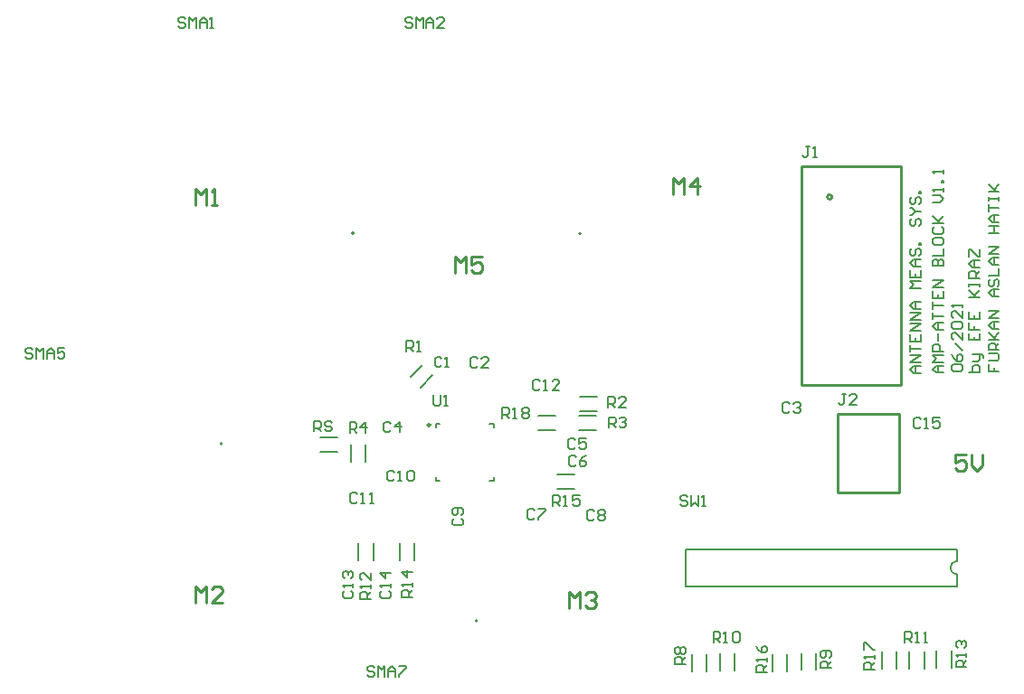
<source format=gto>
G04*
G04 #@! TF.GenerationSoftware,Altium Limited,Altium Designer,21.1.1 (26)*
G04*
G04 Layer_Color=65535*
%FSLAX43Y43*%
%MOMM*%
G71*
G04*
G04 #@! TF.SameCoordinates,37E81C00-8B6F-4B96-ABBB-DCCB29EF6B03*
G04*
G04*
G04 #@! TF.FilePolarity,Positive*
G04*
G01*
G75*
%ADD10C,0.250*%
%ADD11C,0.200*%
%ADD12C,0.254*%
%ADD13C,0.127*%
G54D10*
X66225Y79425D02*
G03*
X66225Y79425I-125J0D01*
G01*
G54D11*
X59075Y97400D02*
G03*
X59075Y97400I-100J0D01*
G01*
X80325Y97375D02*
G03*
X80325Y97375I-100J0D01*
G01*
X70646Y61075D02*
G03*
X70646Y61075I-100J0D01*
G01*
X46775Y77675D02*
G03*
X46775Y77675I-100J0D01*
G01*
X115546Y66700D02*
G03*
X115546Y65430I0J-635D01*
G01*
X66750Y74175D02*
X67150D01*
X66750D02*
Y74575D01*
X71750Y74175D02*
X72150D01*
Y74575D01*
Y79175D02*
Y79575D01*
X71750D02*
X72150D01*
X66750D02*
X67150D01*
X66750Y79175D02*
Y79575D01*
X115546Y66700D02*
Y67795D01*
Y64335D02*
Y65430D01*
X90146Y64335D02*
X115546D01*
X90146D02*
Y67795D01*
X115546D01*
X118475Y85116D02*
Y84450D01*
X118975D01*
Y84783D01*
Y84450D01*
X119475D01*
X118475Y85450D02*
X119308D01*
X119475Y85616D01*
Y85950D01*
X119308Y86116D01*
X118475D01*
X119475Y86449D02*
X118475D01*
Y86949D01*
X118642Y87116D01*
X118975D01*
X119142Y86949D01*
Y86449D01*
Y86783D02*
X119475Y87116D01*
X118475Y87449D02*
X119475D01*
X119142D01*
X118475Y88115D01*
X118975Y87616D01*
X119475Y88115D01*
Y88449D02*
X118809D01*
X118475Y88782D01*
X118809Y89115D01*
X119475D01*
X118975D01*
Y88449D01*
X119475Y89448D02*
X118475D01*
X119475Y90115D01*
X118475D01*
X119475Y91448D02*
X118809D01*
X118475Y91781D01*
X118809Y92114D01*
X119475D01*
X118975D01*
Y91448D01*
X118642Y93114D02*
X118475Y92947D01*
Y92614D01*
X118642Y92447D01*
X118809D01*
X118975Y92614D01*
Y92947D01*
X119142Y93114D01*
X119308D01*
X119475Y92947D01*
Y92614D01*
X119308Y92447D01*
X118475Y93447D02*
X119475D01*
Y94114D01*
Y94447D02*
X118809D01*
X118475Y94780D01*
X118809Y95113D01*
X119475D01*
X118975D01*
Y94447D01*
X119475Y95446D02*
X118475D01*
X119475Y96113D01*
X118475D01*
Y97446D02*
X119475D01*
X118975D01*
Y98112D01*
X118475D01*
X119475D01*
Y98445D02*
X118809D01*
X118475Y98779D01*
X118809Y99112D01*
X119475D01*
X118975D01*
Y98445D01*
X118475Y99445D02*
Y100112D01*
Y99778D01*
X119475D01*
X118475Y100445D02*
Y100778D01*
Y100611D01*
X119475D01*
Y100445D01*
Y100778D01*
X118475Y101278D02*
X119475D01*
X119142D01*
X118475Y101944D01*
X118975Y101445D01*
X119475Y101944D01*
X115217Y84425D02*
X115050Y84592D01*
Y84925D01*
X115217Y85091D01*
X115883D01*
X116050Y84925D01*
Y84592D01*
X115883Y84425D01*
X115217D01*
X115050Y86091D02*
X115217Y85758D01*
X115550Y85425D01*
X115883D01*
X116050Y85591D01*
Y85925D01*
X115883Y86091D01*
X115717D01*
X115550Y85925D01*
Y85425D01*
X116050Y86424D02*
X115384Y87091D01*
X116050Y88090D02*
Y87424D01*
X115384Y88090D01*
X115217D01*
X115050Y87924D01*
Y87591D01*
X115217Y87424D01*
Y88424D02*
X115050Y88590D01*
Y88924D01*
X115217Y89090D01*
X115883D01*
X116050Y88924D01*
Y88590D01*
X115883Y88424D01*
X115217D01*
X116050Y90090D02*
Y89423D01*
X115384Y90090D01*
X115217D01*
X115050Y89923D01*
Y89590D01*
X115217Y89423D01*
X116050Y90423D02*
Y90756D01*
Y90590D01*
X115050D01*
X115217Y90423D01*
X114250Y84325D02*
X113584D01*
X113250Y84658D01*
X113584Y84991D01*
X114250D01*
X113750D01*
Y84325D01*
X114250Y85325D02*
X113250D01*
X113584Y85658D01*
X113250Y85991D01*
X114250D01*
Y86324D02*
X113250D01*
Y86824D01*
X113417Y86991D01*
X113750D01*
X113917Y86824D01*
Y86324D01*
X113750Y87324D02*
Y87990D01*
X114250Y88324D02*
X113584D01*
X113250Y88657D01*
X113584Y88990D01*
X114250D01*
X113750D01*
Y88324D01*
X113250Y89323D02*
Y89990D01*
Y89657D01*
X114250D01*
X113250Y90323D02*
Y90990D01*
Y90656D01*
X114250D01*
X113250Y91989D02*
Y91323D01*
X114250D01*
Y91989D01*
X113750Y91323D02*
Y91656D01*
X114250Y92322D02*
X113250D01*
X114250Y92989D01*
X113250D01*
Y94322D02*
X114250D01*
Y94822D01*
X114083Y94988D01*
X113917D01*
X113750Y94822D01*
Y94322D01*
Y94822D01*
X113584Y94988D01*
X113417D01*
X113250Y94822D01*
Y94322D01*
Y95321D02*
X114250D01*
Y95988D01*
X113250Y96821D02*
Y96488D01*
X113417Y96321D01*
X114083D01*
X114250Y96488D01*
Y96821D01*
X114083Y96988D01*
X113417D01*
X113250Y96821D01*
X113417Y97987D02*
X113250Y97821D01*
Y97487D01*
X113417Y97321D01*
X114083D01*
X114250Y97487D01*
Y97821D01*
X114083Y97987D01*
X113250Y98320D02*
X114250D01*
X113917D01*
X113250Y98987D01*
X113750Y98487D01*
X114250Y98987D01*
X113250Y100320D02*
X113917D01*
X114250Y100653D01*
X113917Y100986D01*
X113250D01*
X114250Y101320D02*
Y101653D01*
Y101486D01*
X113250D01*
X113417Y101320D01*
X114250Y102153D02*
X114083D01*
Y102319D01*
X114250D01*
Y102153D01*
Y102986D02*
Y103319D01*
Y103152D01*
X113250D01*
X113417Y102986D01*
X116667Y84375D02*
X117667D01*
Y84875D01*
X117500Y85041D01*
X117334D01*
X117167D01*
X117000Y84875D01*
Y84375D01*
Y85375D02*
X117500D01*
X117667Y85541D01*
Y86041D01*
X117833D01*
X118000Y85875D01*
Y85708D01*
X117667Y86041D02*
X117000D01*
X116667Y88040D02*
Y87374D01*
X117667D01*
Y88040D01*
X117167Y87374D02*
Y87707D01*
X116667Y89040D02*
Y88374D01*
X117167D01*
Y88707D01*
Y88374D01*
X117667D01*
X116667Y90040D02*
Y89373D01*
X117667D01*
Y90040D01*
X117167Y89373D02*
Y89707D01*
X116667Y91373D02*
X117667D01*
X117334D01*
X116667Y92039D01*
X117167Y91539D01*
X117667Y92039D01*
X116667Y92372D02*
Y92706D01*
Y92539D01*
X117667D01*
Y92372D01*
Y92706D01*
Y93205D02*
X116667D01*
Y93705D01*
X116834Y93872D01*
X117167D01*
X117334Y93705D01*
Y93205D01*
Y93539D02*
X117667Y93872D01*
Y94205D02*
X117000D01*
X116667Y94538D01*
X117000Y94872D01*
X117667D01*
X117167D01*
Y94205D01*
X116667Y95205D02*
Y95871D01*
X116834D01*
X117500Y95205D01*
X117667D01*
Y95871D01*
X112175Y84275D02*
X111509D01*
X111175Y84608D01*
X111509Y84941D01*
X112175D01*
X111675D01*
Y84275D01*
X112175Y85275D02*
X111175D01*
X112175Y85941D01*
X111175D01*
Y86274D02*
Y86941D01*
Y86608D01*
X112175D01*
X111175Y87940D02*
Y87274D01*
X112175D01*
Y87940D01*
X111675Y87274D02*
Y87607D01*
X112175Y88274D02*
X111175D01*
X112175Y88940D01*
X111175D01*
X112175Y89273D02*
X111175D01*
X112175Y89940D01*
X111175D01*
X112175Y90273D02*
X111509D01*
X111175Y90606D01*
X111509Y90940D01*
X112175D01*
X111675D01*
Y90273D01*
X112175Y92272D02*
X111175D01*
X111509Y92606D01*
X111175Y92939D01*
X112175D01*
X111175Y93939D02*
Y93272D01*
X112175D01*
Y93939D01*
X111675Y93272D02*
Y93605D01*
X112175Y94272D02*
X111509D01*
X111175Y94605D01*
X111509Y94938D01*
X112175D01*
X111675D01*
Y94272D01*
X111342Y95938D02*
X111175Y95771D01*
Y95438D01*
X111342Y95271D01*
X111509D01*
X111675Y95438D01*
Y95771D01*
X111842Y95938D01*
X112008D01*
X112175Y95771D01*
Y95438D01*
X112008Y95271D01*
X112175Y96271D02*
X112008D01*
Y96438D01*
X112175D01*
Y96271D01*
X111342Y98770D02*
X111175Y98604D01*
Y98270D01*
X111342Y98104D01*
X111509D01*
X111675Y98270D01*
Y98604D01*
X111842Y98770D01*
X112008D01*
X112175Y98604D01*
Y98270D01*
X112008Y98104D01*
X111175Y99104D02*
X111342D01*
X111675Y99437D01*
X111342Y99770D01*
X111175D01*
X111675Y99437D02*
X112175D01*
X111342Y100770D02*
X111175Y100603D01*
Y100270D01*
X111342Y100103D01*
X111509D01*
X111675Y100270D01*
Y100603D01*
X111842Y100770D01*
X112008D01*
X112175Y100603D01*
Y100270D01*
X112008Y100103D01*
X112175Y101103D02*
X112008D01*
Y101270D01*
X112175D01*
Y101103D01*
X90303Y72664D02*
X90136Y72831D01*
X89803D01*
X89637Y72664D01*
Y72498D01*
X89803Y72331D01*
X90136D01*
X90303Y72164D01*
Y71998D01*
X90136Y71831D01*
X89803D01*
X89637Y71998D01*
X90636Y72831D02*
Y71831D01*
X90969Y72164D01*
X91303Y71831D01*
Y72831D01*
X91636Y71831D02*
X91969D01*
X91803D01*
Y72831D01*
X91636Y72664D01*
X107850Y56525D02*
X106850D01*
Y57025D01*
X107017Y57192D01*
X107350D01*
X107517Y57025D01*
Y56525D01*
Y56859D02*
X107850Y57192D01*
Y57525D02*
Y57858D01*
Y57692D01*
X106850D01*
X107017Y57525D01*
X106850Y58358D02*
Y59025D01*
X107017D01*
X107683Y58358D01*
X107850D01*
X97725Y56250D02*
X96725D01*
Y56750D01*
X96892Y56917D01*
X97225D01*
X97392Y56750D01*
Y56250D01*
Y56584D02*
X97725Y56917D01*
Y57250D02*
Y57583D01*
Y57417D01*
X96725D01*
X96892Y57250D01*
X96725Y58750D02*
X96892Y58416D01*
X97225Y58083D01*
X97558D01*
X97725Y58250D01*
Y58583D01*
X97558Y58750D01*
X97392D01*
X97225Y58583D01*
Y58083D01*
X116425Y56725D02*
X115425D01*
Y57225D01*
X115592Y57392D01*
X115925D01*
X116092Y57225D01*
Y56725D01*
Y57059D02*
X116425Y57392D01*
Y57725D02*
Y58058D01*
Y57892D01*
X115425D01*
X115592Y57725D01*
Y58558D02*
X115425Y58725D01*
Y59058D01*
X115592Y59225D01*
X115758D01*
X115925Y59058D01*
Y58891D01*
Y59058D01*
X116092Y59225D01*
X116258D01*
X116425Y59058D01*
Y58725D01*
X116258Y58558D01*
X110617Y59050D02*
Y60050D01*
X111117D01*
X111283Y59883D01*
Y59550D01*
X111117Y59383D01*
X110617D01*
X110950D02*
X111283Y59050D01*
X111617D02*
X111950D01*
X111783D01*
Y60050D01*
X111617Y59883D01*
X112450Y59050D02*
X112783D01*
X112616D01*
Y60050D01*
X112450Y59883D01*
X92725Y59075D02*
Y60075D01*
X93225D01*
X93392Y59908D01*
Y59575D01*
X93225Y59408D01*
X92725D01*
X93059D02*
X93392Y59075D01*
X93725D02*
X94058D01*
X93892D01*
Y60075D01*
X93725Y59908D01*
X94558D02*
X94725Y60075D01*
X95058D01*
X95225Y59908D01*
Y59242D01*
X95058Y59075D01*
X94725D01*
X94558Y59242D01*
Y59908D01*
X103775Y56642D02*
X102775D01*
Y57142D01*
X102942Y57308D01*
X103275D01*
X103442Y57142D01*
Y56642D01*
Y56975D02*
X103775Y57308D01*
X103608Y57642D02*
X103775Y57808D01*
Y58141D01*
X103608Y58308D01*
X102942D01*
X102775Y58141D01*
Y57808D01*
X102942Y57642D01*
X103108D01*
X103275Y57808D01*
Y58308D01*
X90150Y56992D02*
X89150D01*
Y57492D01*
X89317Y57658D01*
X89650D01*
X89817Y57492D01*
Y56992D01*
Y57325D02*
X90150Y57658D01*
X89317Y57992D02*
X89150Y58158D01*
Y58491D01*
X89317Y58658D01*
X89483D01*
X89650Y58491D01*
X89817Y58658D01*
X89983D01*
X90150Y58491D01*
Y58158D01*
X89983Y57992D01*
X89817D01*
X89650Y58158D01*
X89483Y57992D01*
X89317D01*
X89650Y58158D02*
Y58491D01*
X81608Y71333D02*
X81442Y71500D01*
X81109D01*
X80942Y71333D01*
Y70667D01*
X81109Y70500D01*
X81442D01*
X81608Y70667D01*
X81942Y71333D02*
X82108Y71500D01*
X82441D01*
X82608Y71333D01*
Y71167D01*
X82441Y71000D01*
X82608Y70833D01*
Y70667D01*
X82441Y70500D01*
X82108D01*
X81942Y70667D01*
Y70833D01*
X82108Y71000D01*
X81942Y71167D01*
Y71333D01*
X82108Y71000D02*
X82441D01*
X75983Y71408D02*
X75817Y71575D01*
X75484D01*
X75317Y71408D01*
Y70742D01*
X75484Y70575D01*
X75817D01*
X75983Y70742D01*
X76317Y71575D02*
X76983D01*
Y71408D01*
X76317Y70742D01*
Y70575D01*
X66523Y82229D02*
Y81396D01*
X66689Y81229D01*
X67022D01*
X67189Y81396D01*
Y82229D01*
X67522Y81229D02*
X67855D01*
X67689D01*
Y82229D01*
X67522Y82062D01*
X60984Y56708D02*
X60817Y56875D01*
X60484D01*
X60317Y56708D01*
Y56542D01*
X60484Y56375D01*
X60817D01*
X60984Y56208D01*
Y56042D01*
X60817Y55875D01*
X60484D01*
X60317Y56042D01*
X61317Y55875D02*
Y56875D01*
X61650Y56542D01*
X61983Y56875D01*
Y55875D01*
X62317D02*
Y56542D01*
X62650Y56875D01*
X62983Y56542D01*
Y55875D01*
Y56375D01*
X62317D01*
X63316Y56875D02*
X63983D01*
Y56708D01*
X63316Y56042D01*
Y55875D01*
X29013Y86482D02*
X28846Y86648D01*
X28513D01*
X28346Y86482D01*
Y86315D01*
X28513Y86149D01*
X28846D01*
X29013Y85982D01*
Y85815D01*
X28846Y85649D01*
X28513D01*
X28346Y85815D01*
X29346Y85649D02*
Y86648D01*
X29679Y86315D01*
X30013Y86648D01*
Y85649D01*
X30346D02*
Y86315D01*
X30679Y86648D01*
X31012Y86315D01*
Y85649D01*
Y86149D01*
X30346D01*
X32012Y86648D02*
X31345D01*
Y86149D01*
X31679Y86315D01*
X31845D01*
X32012Y86149D01*
Y85815D01*
X31845Y85649D01*
X31512D01*
X31345Y85815D01*
X64547Y117444D02*
X64381Y117611D01*
X64048D01*
X63881Y117444D01*
Y117278D01*
X64048Y117111D01*
X64381D01*
X64547Y116945D01*
Y116778D01*
X64381Y116611D01*
X64048D01*
X63881Y116778D01*
X64881Y116611D02*
Y117611D01*
X65214Y117278D01*
X65547Y117611D01*
Y116611D01*
X65880D02*
Y117278D01*
X66214Y117611D01*
X66547Y117278D01*
Y116611D01*
Y117111D01*
X65880D01*
X67546Y116611D02*
X66880D01*
X67546Y117278D01*
Y117444D01*
X67380Y117611D01*
X67047D01*
X66880Y117444D01*
X43313Y117470D02*
X43146Y117636D01*
X42813D01*
X42647Y117470D01*
Y117303D01*
X42813Y117137D01*
X43146D01*
X43313Y116970D01*
Y116803D01*
X43146Y116637D01*
X42813D01*
X42647Y116803D01*
X43646Y116637D02*
Y117636D01*
X43979Y117303D01*
X44313Y117636D01*
Y116637D01*
X44646D02*
Y117303D01*
X44979Y117636D01*
X45312Y117303D01*
Y116637D01*
Y117137D01*
X44646D01*
X45646Y116637D02*
X45979D01*
X45812D01*
Y117636D01*
X45646Y117470D01*
X55342Y78825D02*
Y79825D01*
X55842D01*
X56008Y79658D01*
Y79325D01*
X55842Y79158D01*
X55342D01*
X55675D02*
X56008Y78825D01*
X57008Y79658D02*
X56841Y79825D01*
X56508D01*
X56342Y79658D01*
Y79492D01*
X56508Y79325D01*
X56841D01*
X57008Y79158D01*
Y78992D01*
X56841Y78825D01*
X56508D01*
X56342Y78992D01*
X72975Y80025D02*
Y81025D01*
X73475D01*
X73642Y80858D01*
Y80525D01*
X73475Y80358D01*
X72975D01*
X73309D02*
X73642Y80025D01*
X73975D02*
X74308D01*
X74142D01*
Y81025D01*
X73975Y80858D01*
X74808D02*
X74975Y81025D01*
X75308D01*
X75475Y80858D01*
Y80692D01*
X75308Y80525D01*
X75475Y80358D01*
Y80192D01*
X75308Y80025D01*
X74975D01*
X74808Y80192D01*
Y80358D01*
X74975Y80525D01*
X74808Y80692D01*
Y80858D01*
X74975Y80525D02*
X75308D01*
X77725Y71875D02*
Y72875D01*
X78225D01*
X78392Y72708D01*
Y72375D01*
X78225Y72208D01*
X77725D01*
X78059D02*
X78392Y71875D01*
X78725D02*
X79058D01*
X78892D01*
Y72875D01*
X78725Y72708D01*
X80225Y72875D02*
X79558D01*
Y72375D01*
X79891Y72542D01*
X80058D01*
X80225Y72375D01*
Y72042D01*
X80058Y71875D01*
X79725D01*
X79558Y72042D01*
X64558Y63306D02*
X63558D01*
Y63806D01*
X63725Y63973D01*
X64058D01*
X64225Y63806D01*
Y63306D01*
Y63640D02*
X64558Y63973D01*
Y64306D02*
Y64639D01*
Y64473D01*
X63558D01*
X63725Y64306D01*
X64558Y65639D02*
X63558D01*
X64058Y65139D01*
Y65806D01*
X60686Y63096D02*
X59686D01*
Y63596D01*
X59853Y63763D01*
X60186D01*
X60352Y63596D01*
Y63096D01*
Y63429D02*
X60686Y63763D01*
Y64096D02*
Y64429D01*
Y64262D01*
X59686D01*
X59853Y64096D01*
X60686Y65595D02*
Y64929D01*
X60019Y65595D01*
X59853D01*
X59686Y65429D01*
Y65096D01*
X59853Y64929D01*
X58692Y78725D02*
Y79725D01*
X59192D01*
X59358Y79558D01*
Y79225D01*
X59192Y79058D01*
X58692D01*
X59025D02*
X59358Y78725D01*
X60191D02*
Y79725D01*
X59692Y79225D01*
X60358D01*
X82917Y79175D02*
Y80175D01*
X83417D01*
X83583Y80008D01*
Y79675D01*
X83417Y79508D01*
X82917D01*
X83250D02*
X83583Y79175D01*
X83917Y80008D02*
X84083Y80175D01*
X84416D01*
X84583Y80008D01*
Y79842D01*
X84416Y79675D01*
X84250D01*
X84416D01*
X84583Y79508D01*
Y79342D01*
X84416Y79175D01*
X84083D01*
X83917Y79342D01*
X82892Y81100D02*
Y82100D01*
X83392D01*
X83558Y81933D01*
Y81600D01*
X83392Y81433D01*
X82892D01*
X83225D02*
X83558Y81100D01*
X84558D02*
X83892D01*
X84558Y81767D01*
Y81933D01*
X84391Y82100D01*
X84058D01*
X83892Y81933D01*
X63983Y86335D02*
Y87334D01*
X64482D01*
X64649Y87168D01*
Y86834D01*
X64482Y86668D01*
X63983D01*
X64316D02*
X64649Y86335D01*
X64982D02*
X65315D01*
X65149D01*
Y87334D01*
X64982Y87168D01*
X105111Y82330D02*
X104778D01*
X104945D01*
Y81497D01*
X104778Y81331D01*
X104611D01*
X104445Y81497D01*
X106111Y81331D02*
X105444D01*
X106111Y81997D01*
Y82164D01*
X105944Y82330D01*
X105611D01*
X105444Y82164D01*
X101708Y105521D02*
X101374D01*
X101541D01*
Y104688D01*
X101374Y104521D01*
X101208D01*
X101041Y104688D01*
X102041Y104521D02*
X102374D01*
X102207D01*
Y105521D01*
X102041Y105354D01*
X112122Y79929D02*
X111955Y80095D01*
X111622D01*
X111455Y79929D01*
Y79262D01*
X111622Y79096D01*
X111955D01*
X112122Y79262D01*
X112455Y79096D02*
X112788D01*
X112621D01*
Y80095D01*
X112455Y79929D01*
X113954Y80095D02*
X113288D01*
Y79595D01*
X113621Y79762D01*
X113788D01*
X113954Y79595D01*
Y79262D01*
X113788Y79096D01*
X113455D01*
X113288Y79262D01*
X61703Y63863D02*
X61536Y63696D01*
Y63363D01*
X61703Y63196D01*
X62369D01*
X62536Y63363D01*
Y63696D01*
X62369Y63863D01*
X62536Y64196D02*
Y64529D01*
Y64362D01*
X61536D01*
X61703Y64196D01*
X62536Y65529D02*
X61536D01*
X62036Y65029D01*
Y65695D01*
X58187Y63868D02*
X58020Y63701D01*
Y63368D01*
X58187Y63201D01*
X58853D01*
X59020Y63368D01*
Y63701D01*
X58853Y63868D01*
X59020Y64201D02*
Y64534D01*
Y64367D01*
X58020D01*
X58187Y64201D01*
Y65034D02*
X58020Y65201D01*
Y65534D01*
X58187Y65700D01*
X58353D01*
X58520Y65534D01*
Y65367D01*
Y65534D01*
X58686Y65700D01*
X58853D01*
X59020Y65534D01*
Y65201D01*
X58853Y65034D01*
X76485Y83510D02*
X76319Y83677D01*
X75986D01*
X75819Y83510D01*
Y82844D01*
X75986Y82677D01*
X76319D01*
X76485Y82844D01*
X76819Y82677D02*
X77152D01*
X76985D01*
Y83677D01*
X76819Y83510D01*
X78318Y82677D02*
X77652D01*
X78318Y83343D01*
Y83510D01*
X78152Y83677D01*
X77818D01*
X77652Y83510D01*
X59433Y72933D02*
X59267Y73100D01*
X58934D01*
X58767Y72933D01*
Y72267D01*
X58934Y72100D01*
X59267D01*
X59433Y72267D01*
X59767Y72100D02*
X60100D01*
X59933D01*
Y73100D01*
X59767Y72933D01*
X60600Y72100D02*
X60933D01*
X60766D01*
Y73100D01*
X60600Y72933D01*
X62892Y75008D02*
X62725Y75175D01*
X62392D01*
X62225Y75008D01*
Y74342D01*
X62392Y74175D01*
X62725D01*
X62892Y74342D01*
X63225Y74175D02*
X63558D01*
X63392D01*
Y75175D01*
X63225Y75008D01*
X64058D02*
X64225Y75175D01*
X64558D01*
X64725Y75008D01*
Y74342D01*
X64558Y74175D01*
X64225D01*
X64058Y74342D01*
Y75008D01*
X68467Y70683D02*
X68300Y70517D01*
Y70184D01*
X68467Y70017D01*
X69133D01*
X69300Y70184D01*
Y70517D01*
X69133Y70683D01*
Y71017D02*
X69300Y71183D01*
Y71516D01*
X69133Y71683D01*
X68467D01*
X68300Y71516D01*
Y71183D01*
X68467Y71017D01*
X68633D01*
X68800Y71183D01*
Y71683D01*
X79858Y76383D02*
X79692Y76550D01*
X79359D01*
X79192Y76383D01*
Y75717D01*
X79359Y75550D01*
X79692D01*
X79858Y75717D01*
X80858Y76550D02*
X80525Y76383D01*
X80192Y76050D01*
Y75717D01*
X80358Y75550D01*
X80691D01*
X80858Y75717D01*
Y75883D01*
X80691Y76050D01*
X80192D01*
X79805Y78006D02*
X79639Y78173D01*
X79306D01*
X79139Y78006D01*
Y77340D01*
X79306Y77173D01*
X79639D01*
X79805Y77340D01*
X80805Y78173D02*
X80139D01*
Y77673D01*
X80472Y77840D01*
X80638D01*
X80805Y77673D01*
Y77340D01*
X80638Y77173D01*
X80305D01*
X80139Y77340D01*
X62533Y79583D02*
X62367Y79750D01*
X62034D01*
X61867Y79583D01*
Y78917D01*
X62034Y78750D01*
X62367D01*
X62533Y78917D01*
X63366Y78750D02*
Y79750D01*
X62867Y79250D01*
X63533D01*
X99853Y81402D02*
X99687Y81568D01*
X99354D01*
X99187Y81402D01*
Y80735D01*
X99354Y80569D01*
X99687D01*
X99853Y80735D01*
X100187Y81402D02*
X100353Y81568D01*
X100687D01*
X100853Y81402D01*
Y81235D01*
X100687Y81069D01*
X100520D01*
X100687D01*
X100853Y80902D01*
Y80735D01*
X100687Y80569D01*
X100353D01*
X100187Y80735D01*
X70669Y85644D02*
X70502Y85810D01*
X70169D01*
X70002Y85644D01*
Y84977D01*
X70169Y84811D01*
X70502D01*
X70669Y84977D01*
X71669Y84811D02*
X71002D01*
X71669Y85477D01*
Y85644D01*
X71502Y85810D01*
X71169D01*
X71002Y85644D01*
X67316Y85669D02*
X67149Y85836D01*
X66816D01*
X66650Y85669D01*
Y85003D01*
X66816Y84836D01*
X67149D01*
X67316Y85003D01*
X67649Y84836D02*
X67982D01*
X67816D01*
Y85836D01*
X67649Y85669D01*
G54D12*
X103851Y100808D02*
G03*
X103851Y100808I-224J0D01*
G01*
X100978Y103683D02*
X110278D01*
X100978Y83208D02*
Y103683D01*
X110278Y83208D02*
Y103683D01*
X107128Y83208D02*
X110278D01*
X100978D02*
X107128D01*
X104375Y80500D02*
X110125D01*
Y73100D02*
Y80500D01*
X104375Y73100D02*
X110125D01*
X104375D02*
Y80500D01*
X116420Y76653D02*
X115404D01*
Y75891D01*
X115912Y76145D01*
X116166D01*
X116420Y75891D01*
Y75383D01*
X116166Y75129D01*
X115658D01*
X115404Y75383D01*
X116928Y76653D02*
Y75637D01*
X117435Y75129D01*
X117943Y75637D01*
Y76653D01*
X68580Y93663D02*
Y95187D01*
X69088Y94679D01*
X69596Y95187D01*
Y93663D01*
X71120Y95187D02*
X70104D01*
Y94425D01*
X70612Y94679D01*
X70866D01*
X71120Y94425D01*
Y93917D01*
X70866Y93663D01*
X70358D01*
X70104Y93917D01*
X88955Y101038D02*
Y102562D01*
X89463Y102054D01*
X89971Y102562D01*
Y101038D01*
X91241D02*
Y102562D01*
X90479Y101800D01*
X91495D01*
X79205Y62263D02*
Y63787D01*
X79713Y63279D01*
X80221Y63787D01*
Y62263D01*
X80729Y63533D02*
X80983Y63787D01*
X81491D01*
X81745Y63533D01*
Y63279D01*
X81491Y63025D01*
X81237D01*
X81491D01*
X81745Y62771D01*
Y62517D01*
X81491Y62263D01*
X80983D01*
X80729Y62517D01*
X44221Y62789D02*
Y64312D01*
X44729Y63804D01*
X45237Y64312D01*
Y62789D01*
X46761D02*
X45745D01*
X46761Y63804D01*
Y64058D01*
X46507Y64312D01*
X45999D01*
X45745Y64058D01*
X44221Y100025D02*
Y101549D01*
X44729Y101041D01*
X45237Y101549D01*
Y100025D01*
X45745D02*
X46253D01*
X45999D01*
Y101549D01*
X45745Y101295D01*
G54D13*
X93360Y56400D02*
Y58000D01*
X94740Y56400D02*
Y58000D01*
X90710Y56350D02*
Y57950D01*
X92090Y56350D02*
Y57950D01*
X99636Y56355D02*
Y57955D01*
X98256Y56355D02*
Y57955D01*
X102315Y56475D02*
Y58075D01*
X100935Y56475D02*
Y58075D01*
X112465Y56575D02*
Y58175D01*
X111085Y56575D02*
Y58175D01*
X108485Y56575D02*
Y58175D01*
X109865Y56575D02*
Y58175D01*
X113610Y56675D02*
Y58275D01*
X114990Y56675D02*
Y58275D01*
X64362Y83916D02*
X65493Y85047D01*
X65338Y82940D02*
X66469Y84071D01*
X80250Y82115D02*
X81850D01*
X80250Y80735D02*
X81850D01*
X80150Y78910D02*
X81750D01*
X80150Y80290D02*
X81750D01*
X60190Y75975D02*
Y77575D01*
X58810Y75975D02*
Y77575D01*
X59528Y66738D02*
Y68338D01*
X60908Y66738D02*
Y68338D01*
X64765Y66750D02*
Y68350D01*
X63385Y66750D02*
Y68350D01*
X78085Y74790D02*
X79685D01*
X78085Y73410D02*
X79685D01*
X76310Y78910D02*
X77910D01*
X76310Y80290D02*
X77910D01*
X55925Y78265D02*
X57525D01*
X55925Y76885D02*
X57525D01*
M02*

</source>
